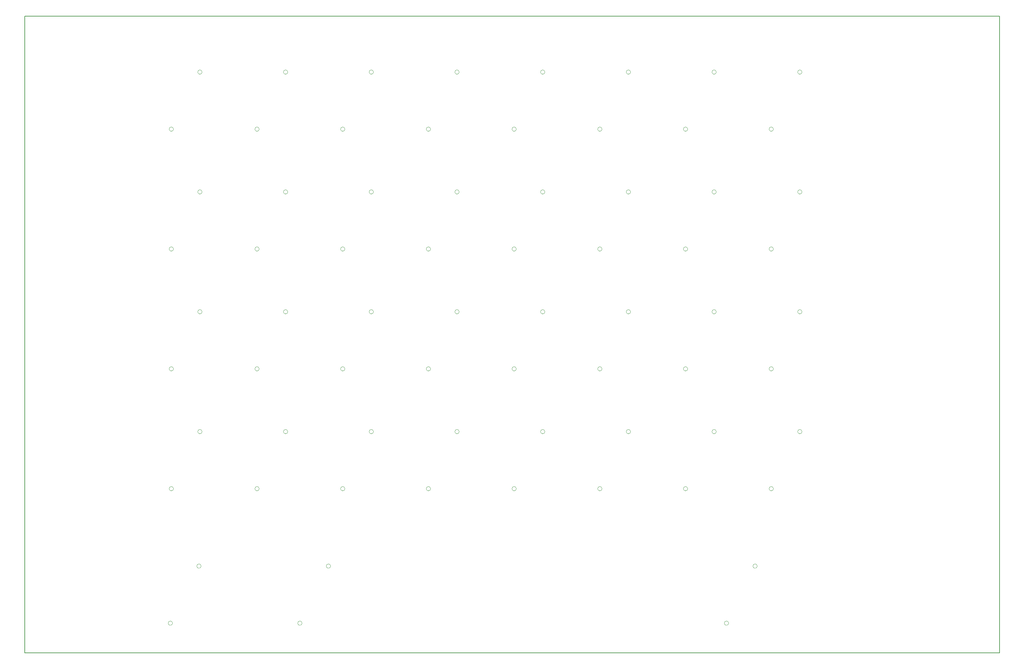
<source format=gbr>
%TF.GenerationSoftware,KiCad,Pcbnew,8.0.9-8.0.9-0~ubuntu22.04.1*%
%TF.CreationDate,2025-03-25T13:48:29+09:00*%
%TF.ProjectId,k2503100,6b323530-3331-4303-902e-6b696361645f,2.00*%
%TF.SameCoordinates,Original*%
%TF.FileFunction,Profile,NP*%
%FSLAX46Y46*%
G04 Gerber Fmt 4.6, Leading zero omitted, Abs format (unit mm)*
G04 Created by KiCad (PCBNEW 8.0.9-8.0.9-0~ubuntu22.04.1) date 2025-03-25 13:48:29*
%MOMM*%
%LPD*%
G01*
G04 APERTURE LIST*
%TA.AperFunction,Profile*%
%ADD10C,0.150000*%
%TD*%
%TA.AperFunction,Profile*%
%ADD11C,0.120000*%
%TD*%
G04 APERTURE END LIST*
D10*
X322230000Y-230000000D02*
X62230000Y-230000000D01*
X62230000Y-60000000D02*
X322230000Y-60000000D01*
X322230000Y-60000000D02*
X322230000Y-230000000D01*
X62230000Y-230000000D02*
X62230000Y-60000000D01*
D11*
%TO.C,SW322*%
X216226000Y-154178000D02*
G75*
G02*
X215066000Y-154178000I-580000J0D01*
G01*
X215066000Y-154178000D02*
G75*
G02*
X216226000Y-154178000I580000J0D01*
G01*
X223846000Y-138938000D02*
G75*
G02*
X222686000Y-138938000I-580000J0D01*
G01*
X222686000Y-138938000D02*
G75*
G02*
X223846000Y-138938000I580000J0D01*
G01*
%TO.C,SW326*%
X124786000Y-186182000D02*
G75*
G02*
X123626000Y-186182000I-580000J0D01*
G01*
X123626000Y-186182000D02*
G75*
G02*
X124786000Y-186182000I580000J0D01*
G01*
X132406000Y-170942000D02*
G75*
G02*
X131246000Y-170942000I-580000J0D01*
G01*
X131246000Y-170942000D02*
G75*
G02*
X132406000Y-170942000I580000J0D01*
G01*
%TO.C,SW312*%
X170506000Y-122174000D02*
G75*
G02*
X169346000Y-122174000I-580000J0D01*
G01*
X169346000Y-122174000D02*
G75*
G02*
X170506000Y-122174000I580000J0D01*
G01*
X178126000Y-106934000D02*
G75*
G02*
X176966000Y-106934000I-580000J0D01*
G01*
X176966000Y-106934000D02*
G75*
G02*
X178126000Y-106934000I580000J0D01*
G01*
%TO.C,SW330*%
X216226000Y-186182000D02*
G75*
G02*
X215066000Y-186182000I-580000J0D01*
G01*
X215066000Y-186182000D02*
G75*
G02*
X216226000Y-186182000I580000J0D01*
G01*
X223846000Y-170942000D02*
G75*
G02*
X222686000Y-170942000I-580000J0D01*
G01*
X222686000Y-170942000D02*
G75*
G02*
X223846000Y-170942000I580000J0D01*
G01*
%TO.C,SW320*%
X170506000Y-154178000D02*
G75*
G02*
X169346000Y-154178000I-580000J0D01*
G01*
X169346000Y-154178000D02*
G75*
G02*
X170506000Y-154178000I580000J0D01*
G01*
X178126000Y-138938000D02*
G75*
G02*
X176966000Y-138938000I-580000J0D01*
G01*
X176966000Y-138938000D02*
G75*
G02*
X178126000Y-138938000I580000J0D01*
G01*
%TO.C,SW324*%
X261946000Y-154178000D02*
G75*
G02*
X260786000Y-154178000I-580000J0D01*
G01*
X260786000Y-154178000D02*
G75*
G02*
X261946000Y-154178000I580000J0D01*
G01*
X269566000Y-138938000D02*
G75*
G02*
X268406000Y-138938000I-580000J0D01*
G01*
X268406000Y-138938000D02*
G75*
G02*
X269566000Y-138938000I580000J0D01*
G01*
%TO.C,SW310*%
X124786000Y-122174000D02*
G75*
G02*
X123626000Y-122174000I-580000J0D01*
G01*
X123626000Y-122174000D02*
G75*
G02*
X124786000Y-122174000I580000J0D01*
G01*
X132406000Y-106934000D02*
G75*
G02*
X131246000Y-106934000I-580000J0D01*
G01*
X131246000Y-106934000D02*
G75*
G02*
X132406000Y-106934000I580000J0D01*
G01*
%TO.C,SW329*%
X193366000Y-186182000D02*
G75*
G02*
X192206000Y-186182000I-580000J0D01*
G01*
X192206000Y-186182000D02*
G75*
G02*
X193366000Y-186182000I580000J0D01*
G01*
X200986000Y-170942000D02*
G75*
G02*
X199826000Y-170942000I-580000J0D01*
G01*
X199826000Y-170942000D02*
G75*
G02*
X200986000Y-170942000I580000J0D01*
G01*
%TO.C,SW303*%
X147646000Y-90170000D02*
G75*
G02*
X146486000Y-90170000I-580000J0D01*
G01*
X146486000Y-90170000D02*
G75*
G02*
X147646000Y-90170000I580000J0D01*
G01*
X155266000Y-74930000D02*
G75*
G02*
X154106000Y-74930000I-580000J0D01*
G01*
X154106000Y-74930000D02*
G75*
G02*
X155266000Y-74930000I580000J0D01*
G01*
%TO.C,SW313*%
X193366000Y-122174000D02*
G75*
G02*
X192206000Y-122174000I-580000J0D01*
G01*
X192206000Y-122174000D02*
G75*
G02*
X193366000Y-122174000I580000J0D01*
G01*
X200986000Y-106934000D02*
G75*
G02*
X199826000Y-106934000I-580000J0D01*
G01*
X199826000Y-106934000D02*
G75*
G02*
X200986000Y-106934000I580000J0D01*
G01*
%TO.C,SW319*%
X147646000Y-154178000D02*
G75*
G02*
X146486000Y-154178000I-580000J0D01*
G01*
X146486000Y-154178000D02*
G75*
G02*
X147646000Y-154178000I580000J0D01*
G01*
X155266000Y-138938000D02*
G75*
G02*
X154106000Y-138938000I-580000J0D01*
G01*
X154106000Y-138938000D02*
G75*
G02*
X155266000Y-138938000I580000J0D01*
G01*
%TO.C,SW323*%
X239086000Y-154178000D02*
G75*
G02*
X237926000Y-154178000I-580000J0D01*
G01*
X237926000Y-154178000D02*
G75*
G02*
X239086000Y-154178000I580000J0D01*
G01*
X246706000Y-138938000D02*
G75*
G02*
X245546000Y-138938000I-580000J0D01*
G01*
X245546000Y-138938000D02*
G75*
G02*
X246706000Y-138938000I580000J0D01*
G01*
%TO.C,SW321*%
X193366000Y-154178000D02*
G75*
G02*
X192206000Y-154178000I-580000J0D01*
G01*
X192206000Y-154178000D02*
G75*
G02*
X193366000Y-154178000I580000J0D01*
G01*
X200986000Y-138938000D02*
G75*
G02*
X199826000Y-138938000I-580000J0D01*
G01*
X199826000Y-138938000D02*
G75*
G02*
X200986000Y-138938000I580000J0D01*
G01*
%TO.C,SW3*%
X250008000Y-222090000D02*
G75*
G02*
X248848000Y-222090000I-580000J0D01*
G01*
X248848000Y-222090000D02*
G75*
G02*
X250008000Y-222090000I580000J0D01*
G01*
X257628000Y-206850000D02*
G75*
G02*
X256468000Y-206850000I-580000J0D01*
G01*
X256468000Y-206850000D02*
G75*
G02*
X257628000Y-206850000I580000J0D01*
G01*
%TO.C,SW328*%
X170506000Y-186182000D02*
G75*
G02*
X169346000Y-186182000I-580000J0D01*
G01*
X169346000Y-186182000D02*
G75*
G02*
X170506000Y-186182000I580000J0D01*
G01*
X178126000Y-170942000D02*
G75*
G02*
X176966000Y-170942000I-580000J0D01*
G01*
X176966000Y-170942000D02*
G75*
G02*
X178126000Y-170942000I580000J0D01*
G01*
%TO.C,SW307*%
X239086000Y-90170000D02*
G75*
G02*
X237926000Y-90170000I-580000J0D01*
G01*
X237926000Y-90170000D02*
G75*
G02*
X239086000Y-90170000I580000J0D01*
G01*
X246706000Y-74930000D02*
G75*
G02*
X245546000Y-74930000I-580000J0D01*
G01*
X245546000Y-74930000D02*
G75*
G02*
X246706000Y-74930000I580000J0D01*
G01*
%TO.C,SW315*%
X239086000Y-122174000D02*
G75*
G02*
X237926000Y-122174000I-580000J0D01*
G01*
X237926000Y-122174000D02*
G75*
G02*
X239086000Y-122174000I580000J0D01*
G01*
X246706000Y-106934000D02*
G75*
G02*
X245546000Y-106934000I-580000J0D01*
G01*
X245546000Y-106934000D02*
G75*
G02*
X246706000Y-106934000I580000J0D01*
G01*
%TO.C,SW2*%
X136216000Y-222090000D02*
G75*
G02*
X135056000Y-222090000I-580000J0D01*
G01*
X135056000Y-222090000D02*
G75*
G02*
X136216000Y-222090000I580000J0D01*
G01*
X143836000Y-206850000D02*
G75*
G02*
X142676000Y-206850000I-580000J0D01*
G01*
X142676000Y-206850000D02*
G75*
G02*
X143836000Y-206850000I580000J0D01*
G01*
%TO.C,SW325*%
X101926000Y-186182000D02*
G75*
G02*
X100766000Y-186182000I-580000J0D01*
G01*
X100766000Y-186182000D02*
G75*
G02*
X101926000Y-186182000I580000J0D01*
G01*
X109546000Y-170942000D02*
G75*
G02*
X108386000Y-170942000I-580000J0D01*
G01*
X108386000Y-170942000D02*
G75*
G02*
X109546000Y-170942000I580000J0D01*
G01*
%TO.C,SW317*%
X101926000Y-154178000D02*
G75*
G02*
X100766000Y-154178000I-580000J0D01*
G01*
X100766000Y-154178000D02*
G75*
G02*
X101926000Y-154178000I580000J0D01*
G01*
X109546000Y-138938000D02*
G75*
G02*
X108386000Y-138938000I-580000J0D01*
G01*
X108386000Y-138938000D02*
G75*
G02*
X109546000Y-138938000I580000J0D01*
G01*
%TO.C,SW331*%
X239086000Y-186182000D02*
G75*
G02*
X237926000Y-186182000I-580000J0D01*
G01*
X237926000Y-186182000D02*
G75*
G02*
X239086000Y-186182000I580000J0D01*
G01*
X246706000Y-170942000D02*
G75*
G02*
X245546000Y-170942000I-580000J0D01*
G01*
X245546000Y-170942000D02*
G75*
G02*
X246706000Y-170942000I580000J0D01*
G01*
%TO.C,SW327*%
X147646000Y-186182000D02*
G75*
G02*
X146486000Y-186182000I-580000J0D01*
G01*
X146486000Y-186182000D02*
G75*
G02*
X147646000Y-186182000I580000J0D01*
G01*
X155266000Y-170942000D02*
G75*
G02*
X154106000Y-170942000I-580000J0D01*
G01*
X154106000Y-170942000D02*
G75*
G02*
X155266000Y-170942000I580000J0D01*
G01*
%TO.C,SW301*%
X101926000Y-90170000D02*
G75*
G02*
X100766000Y-90170000I-580000J0D01*
G01*
X100766000Y-90170000D02*
G75*
G02*
X101926000Y-90170000I580000J0D01*
G01*
X109546000Y-74930000D02*
G75*
G02*
X108386000Y-74930000I-580000J0D01*
G01*
X108386000Y-74930000D02*
G75*
G02*
X109546000Y-74930000I580000J0D01*
G01*
%TO.C,SW332*%
X261946000Y-186182000D02*
G75*
G02*
X260786000Y-186182000I-580000J0D01*
G01*
X260786000Y-186182000D02*
G75*
G02*
X261946000Y-186182000I580000J0D01*
G01*
X269566000Y-170942000D02*
G75*
G02*
X268406000Y-170942000I-580000J0D01*
G01*
X268406000Y-170942000D02*
G75*
G02*
X269566000Y-170942000I580000J0D01*
G01*
%TO.C,SW302*%
X124786000Y-90170000D02*
G75*
G02*
X123626000Y-90170000I-580000J0D01*
G01*
X123626000Y-90170000D02*
G75*
G02*
X124786000Y-90170000I580000J0D01*
G01*
X132406000Y-74930000D02*
G75*
G02*
X131246000Y-74930000I-580000J0D01*
G01*
X131246000Y-74930000D02*
G75*
G02*
X132406000Y-74930000I580000J0D01*
G01*
%TO.C,SW305*%
X193366000Y-90170000D02*
G75*
G02*
X192206000Y-90170000I-580000J0D01*
G01*
X192206000Y-90170000D02*
G75*
G02*
X193366000Y-90170000I580000J0D01*
G01*
X200986000Y-74930000D02*
G75*
G02*
X199826000Y-74930000I-580000J0D01*
G01*
X199826000Y-74930000D02*
G75*
G02*
X200986000Y-74930000I580000J0D01*
G01*
%TO.C,SW306*%
X216226000Y-90170000D02*
G75*
G02*
X215066000Y-90170000I-580000J0D01*
G01*
X215066000Y-90170000D02*
G75*
G02*
X216226000Y-90170000I580000J0D01*
G01*
X223846000Y-74930000D02*
G75*
G02*
X222686000Y-74930000I-580000J0D01*
G01*
X222686000Y-74930000D02*
G75*
G02*
X223846000Y-74930000I580000J0D01*
G01*
%TO.C,SW308*%
X261946000Y-90170000D02*
G75*
G02*
X260786000Y-90170000I-580000J0D01*
G01*
X260786000Y-90170000D02*
G75*
G02*
X261946000Y-90170000I580000J0D01*
G01*
X269566000Y-74930000D02*
G75*
G02*
X268406000Y-74930000I-580000J0D01*
G01*
X268406000Y-74930000D02*
G75*
G02*
X269566000Y-74930000I580000J0D01*
G01*
%TO.C,SW314*%
X216226000Y-122174000D02*
G75*
G02*
X215066000Y-122174000I-580000J0D01*
G01*
X215066000Y-122174000D02*
G75*
G02*
X216226000Y-122174000I580000J0D01*
G01*
X223846000Y-106934000D02*
G75*
G02*
X222686000Y-106934000I-580000J0D01*
G01*
X222686000Y-106934000D02*
G75*
G02*
X223846000Y-106934000I580000J0D01*
G01*
%TO.C,SW311*%
X147646000Y-122174000D02*
G75*
G02*
X146486000Y-122174000I-580000J0D01*
G01*
X146486000Y-122174000D02*
G75*
G02*
X147646000Y-122174000I580000J0D01*
G01*
X155266000Y-106934000D02*
G75*
G02*
X154106000Y-106934000I-580000J0D01*
G01*
X154106000Y-106934000D02*
G75*
G02*
X155266000Y-106934000I580000J0D01*
G01*
%TO.C,SW318*%
X124786000Y-154178000D02*
G75*
G02*
X123626000Y-154178000I-580000J0D01*
G01*
X123626000Y-154178000D02*
G75*
G02*
X124786000Y-154178000I580000J0D01*
G01*
X132406000Y-138938000D02*
G75*
G02*
X131246000Y-138938000I-580000J0D01*
G01*
X131246000Y-138938000D02*
G75*
G02*
X132406000Y-138938000I580000J0D01*
G01*
%TO.C,SW316*%
X261946000Y-122174000D02*
G75*
G02*
X260786000Y-122174000I-580000J0D01*
G01*
X260786000Y-122174000D02*
G75*
G02*
X261946000Y-122174000I580000J0D01*
G01*
X269566000Y-106934000D02*
G75*
G02*
X268406000Y-106934000I-580000J0D01*
G01*
X268406000Y-106934000D02*
G75*
G02*
X269566000Y-106934000I580000J0D01*
G01*
%TO.C,SW309*%
X101926000Y-122174000D02*
G75*
G02*
X100766000Y-122174000I-580000J0D01*
G01*
X100766000Y-122174000D02*
G75*
G02*
X101926000Y-122174000I580000J0D01*
G01*
X109546000Y-106934000D02*
G75*
G02*
X108386000Y-106934000I-580000J0D01*
G01*
X108386000Y-106934000D02*
G75*
G02*
X109546000Y-106934000I580000J0D01*
G01*
%TO.C,SW304*%
X170506000Y-90170000D02*
G75*
G02*
X169346000Y-90170000I-580000J0D01*
G01*
X169346000Y-90170000D02*
G75*
G02*
X170506000Y-90170000I580000J0D01*
G01*
X178126000Y-74930000D02*
G75*
G02*
X176966000Y-74930000I-580000J0D01*
G01*
X176966000Y-74930000D02*
G75*
G02*
X178126000Y-74930000I580000J0D01*
G01*
%TO.C,SW1*%
X101672000Y-222090000D02*
G75*
G02*
X100512000Y-222090000I-580000J0D01*
G01*
X100512000Y-222090000D02*
G75*
G02*
X101672000Y-222090000I580000J0D01*
G01*
X109292000Y-206850000D02*
G75*
G02*
X108132000Y-206850000I-580000J0D01*
G01*
X108132000Y-206850000D02*
G75*
G02*
X109292000Y-206850000I580000J0D01*
G01*
%TD*%
M02*

</source>
